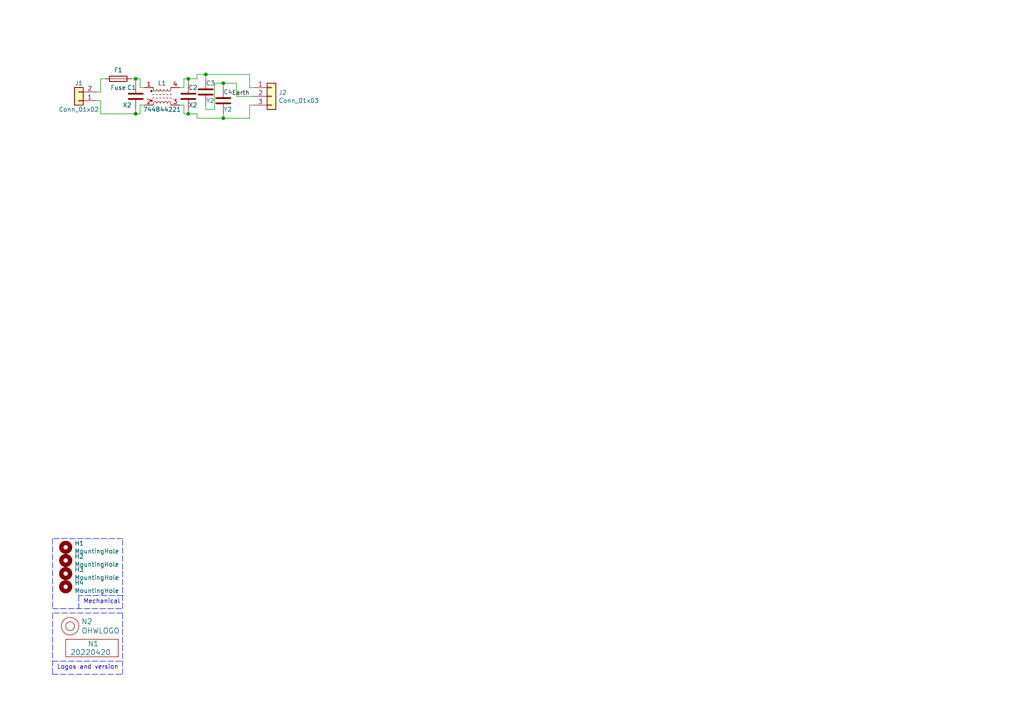
<source format=kicad_sch>
(kicad_sch (version 20211123) (generator eeschema)
  (paper "A4")
  (lib_symbols
    (symbol "Connector_Generic:Conn_01x02" (pin_names (offset 1.016) hide)
      (property "Reference" "J" (at 0 2.54 0))
      (property "Value" "Conn_01x02" (at 0 -5.08 0))
      (symbol "Conn_01x02_1_1"
        (rectangle (start -1.27 -2.413) (end 0 -2.667) (stroke (width 0.1524)))
        (rectangle (start -1.27 0.127) (end 0 -0.127) (stroke (width 0.1524)))
        (rectangle (start -1.27 1.27) (end 1.27 -3.81) (stroke (width 0.254)) (fill (type background)))
        (pin passive line (at -5.08 0 0) (length 3.81) (name "Pin_1") (number "1"))
        (pin passive line (at -5.08 -2.54 0) (length 3.81) (name "Pin_2") (number "2"))
      )
    )
    (symbol "Connector_Generic:Conn_01x03" (pin_names (offset 1.016) hide)
      (property "Reference" "J" (at 0 5.08 0))
      (property "Value" "Conn_01x03" (at 0 -5.08 0))
      (symbol "Conn_01x03_1_1"
        (rectangle (start -1.27 -2.413) (end 0 -2.667) (stroke (width 0.1524)))
        (rectangle (start -1.27 0.127) (end 0 -0.127) (stroke (width 0.1524)))
        (rectangle (start -1.27 2.667) (end 0 2.413) (stroke (width 0.1524)))
        (rectangle (start -1.27 3.81) (end 1.27 -3.81) (stroke (width 0.254)) (fill (type background)))
        (pin passive line (at -5.08 2.54 0) (length 3.81) (name "Pin_1") (number "1"))
        (pin passive line (at -5.08 0 0) (length 3.81) (name "Pin_2") (number "2"))
        (pin passive line (at -5.08 -2.54 0) (length 3.81) (name "Pin_3") (number "3"))
      )
    )
    (symbol "Device:C" (pin_numbers hide) (pin_names (offset 0.254))
      (property "Reference" "C" (at 0.635 2.54 0))
      (property "Value" "C" (at 0.635 -2.54 0))
      (symbol "C_0_1"
        (polyline (pts (xy -2.032 -0.762) (xy 2.032 -0.762)) (stroke (width 0.508)))
        (polyline (pts (xy -2.032 0.762) (xy 2.032 0.762)) (stroke (width 0.508)))
      )
      (symbol "C_1_1"
        (pin passive line (at 0 3.81 270) (length 2.794) (name "~") (number "1"))
        (pin passive line (at 0 -3.81 90) (length 2.794) (name "~") (number "2"))
      )
    )
    (symbol "Device:Fuse" (pin_numbers hide) (pin_names (offset 0))
      (property "Reference" "F" (at 2.032 0 90))
      (property "Value" "Fuse" (at -1.905 0 90))
      (symbol "Fuse_0_1"
        (rectangle (start -0.762 -2.54) (end 0.762 2.54) (stroke (width 0.254)))
        (polyline (pts (xy 0 2.54) (xy 0 -2.54)))
      )
      (symbol "Fuse_1_1"
        (pin passive line (at 0 3.81 270) (length 1.27) (name "~") (number "1"))
        (pin passive line (at 0 -3.81 90) (length 1.27) (name "~") (number "2"))
      )
    )
    (symbol "Mechanical:MountingHole" (pin_names (offset 1.016))
      (property "Reference" "H" (at 0 5.08 0))
      (property "Value" "MountingHole" (at 0 3.175 0))
      (symbol "MountingHole_0_1"
        (circle (center 0 0) (radius 1.27) (stroke (width 1.27)))
      )
    )
    (symbol "SquantorLabels:OHWLOGO" (pin_names (offset 1.016))
      (property "Reference" "N" (at 0 3.81 0))
      (property "Value" "OHWLOGO" (at 0 -3.81 0))
      (symbol "OHWLOGO_0_1"
        (circle (center 0 0) (radius 1.27))
        (circle (center 0 0) (radius 2.54))
      )
    )
    (symbol "SquantorLabels:VYYYYMMDD" (pin_names (offset 1.016))
      (property "Reference" "N" (at 0 2.54 0))
      (property "Value" "VYYYYMMDD" (at 0 0 0))
      (symbol "VYYYYMMDD_0_1"
        (rectangle (start 7.62 -1.27) (end -7.62 3.81))
      )
    )
    (symbol "module_netfilter-rescue:L_Core_Ferrite_Coupled_1423-Device" (pin_names (offset 0.254) hide)
      (property "Reference" "L" (at 0 4.445 0))
      (property "Value" "L_Core_Ferrite_Coupled_1423-Device" (at 0 -4.445 0))
      (symbol "L_Core_Ferrite_Coupled_1423-Device_0_1"
        (circle (center -3.048 -1.27) (radius 0.254) (fill (type outline)))
        (circle (center -3.048 1.524) (radius 0.254) (fill (type outline)))
        (arc (start -2.54 2.032) (mid -2.032 1.524) (end -1.524 2.032))
        (arc (start -1.524 -2.032) (mid -2.032 -1.524) (end -2.54 -2.032))
        (arc (start -1.524 2.032) (mid -1.016 1.524) (end -0.508 2.032))
        (arc (start -0.508 -2.032) (mid -1.016 -1.524) (end -1.524 -2.032))
        (arc (start -0.508 2.032) (mid 0 1.524) (end 0.508 2.032))
        (polyline (pts (xy -2.794 -0.508) (xy -2.286 -0.508)))
        (polyline (pts (xy -2.794 0.508) (xy -2.286 0.508)))
        (polyline (pts (xy -2.54 -2.032) (xy -2.54 -2.54)))
        (polyline (pts (xy -2.54 2.032) (xy -2.54 2.54)))
        (polyline (pts (xy -1.778 -0.508) (xy -1.27 -0.508)))
        (polyline (pts (xy -1.778 0.508) (xy -1.27 0.508)))
        (polyline (pts (xy -0.762 -0.508) (xy -0.254 -0.508)))
        (polyline (pts (xy -0.762 0.508) (xy -0.254 0.508)))
        (polyline (pts (xy 0.254 -0.508) (xy 0.762 -0.508)))
        (polyline (pts (xy 0.254 0.508) (xy 0.762 0.508)))
        (polyline (pts (xy 1.27 -0.508) (xy 1.778 -0.508)))
        (polyline (pts (xy 1.27 0.508) (xy 1.778 0.508)))
        (polyline (pts (xy 2.286 -0.508) (xy 2.794 -0.508)))
        (polyline (pts (xy 2.286 0.508) (xy 2.794 0.508)))
        (polyline (pts (xy 2.54 -2.032) (xy 2.54 -2.54)))
        (polyline (pts (xy 2.54 2.54) (xy 2.54 2.032)))
        (arc (start 0.508 -2.032) (mid 0 -1.524) (end -0.508 -2.032))
        (arc (start 0.508 2.032) (mid 1.016 1.524) (end 1.524 2.032))
        (arc (start 1.524 -2.032) (mid 1.016 -1.524) (end 0.508 -2.032))
        (arc (start 1.524 2.032) (mid 2.032 1.524) (end 2.54 2.032))
        (arc (start 2.54 -2.032) (mid 2.032 -1.524) (end 1.524 -2.032))
      )
      (symbol "L_Core_Ferrite_Coupled_1423-Device_1_1"
        (pin passive line (at -5.08 2.54 0) (length 2.54) (name "1") (number "1"))
        (pin passive line (at -5.08 -2.54 0) (length 2.54) (name "2") (number "2"))
        (pin passive line (at 5.08 -2.54 180) (length 2.54) (name "3") (number "3"))
        (pin passive line (at 5.08 2.54 180) (length 2.54) (name "4") (number "4"))
      )
    )
  )
  (junction (at 39.37 22.86))
  (junction (at 54.61 22.86))
  (junction (at 54.61 33.02))
  (junction (at 64.77 24.13))
  (junction (at 64.77 34.29))
  (junction (at 39.37 33.02))
  (junction (at 59.69 21.59))
  (wire (pts (xy 64.77 34.29) (xy 72.39 34.29)))
  (polyline (pts (xy 22.86 172.72) (xy 22.86 176.53)))
  (polyline (pts (xy 35.56 156.21) (xy 15.24 156.21)))
  (wire (pts (xy 57.15 21.59) (xy 57.15 22.86)))
  (polyline (pts (xy 35.56 172.72) (xy 22.86 172.72)))
  (wire (pts (xy 52.07 30.48) (xy 53.34 30.48)))
  (wire (pts (xy 59.69 21.59) (xy 57.15 21.59)))
  (wire (pts (xy 57.15 22.86) (xy 54.61 22.86)))
  (wire (pts (xy 27.94 26.67) (xy 29.21 26.67)))
  (wire (pts (xy 27.94 29.21) (xy 29.21 29.21)))
  (wire (pts (xy 57.15 33.02) (xy 57.15 34.29)))
  (polyline (pts (xy 35.56 176.53) (xy 35.56 156.21)))
  (wire (pts (xy 68.58 27.94) (xy 68.58 24.13)))
  (wire (pts (xy 54.61 33.02) (xy 57.15 33.02)))
  (wire (pts (xy 53.34 25.4) (xy 53.34 22.86)))
  (wire (pts (xy 29.21 22.86) (xy 30.48 22.86)))
  (wire (pts (xy 68.58 24.13) (xy 64.77 24.13)))
  (wire (pts (xy 38.1 22.86) (xy 39.37 22.86)))
  (wire (pts (xy 72.39 30.48) (xy 73.66 30.48)))
  (wire (pts (xy 64.77 33.02) (xy 64.77 34.29)))
  (polyline (pts (xy 35.56 177.8) (xy 15.24 177.8)))
  (wire (pts (xy 29.21 26.67) (xy 29.21 22.86)))
  (polyline (pts (xy 15.24 195.58) (xy 35.56 195.58)))
  (wire (pts (xy 72.39 21.59) (xy 72.39 25.4)))
  (wire (pts (xy 39.37 22.86) (xy 40.64 22.86)))
  (wire (pts (xy 62.23 31.75) (xy 62.23 24.13)))
  (wire (pts (xy 53.34 30.48) (xy 53.34 33.02)))
  (wire (pts (xy 54.61 22.86) (xy 54.61 24.13)))
  (wire (pts (xy 40.64 25.4) (xy 41.91 25.4)))
  (polyline (pts (xy 15.24 176.53) (xy 35.56 176.53)))
  (wire (pts (xy 39.37 22.86) (xy 39.37 24.13)))
  (wire (pts (xy 29.21 33.02) (xy 39.37 33.02)))
  (wire (pts (xy 59.69 21.59) (xy 72.39 21.59)))
  (wire (pts (xy 29.21 29.21) (xy 29.21 33.02)))
  (wire (pts (xy 72.39 25.4) (xy 73.66 25.4)))
  (polyline (pts (xy 15.24 156.21) (xy 15.24 176.53)))
  (wire (pts (xy 62.23 24.13) (xy 64.77 24.13)))
  (wire (pts (xy 57.15 34.29) (xy 64.77 34.29)))
  (wire (pts (xy 40.64 33.02) (xy 40.64 30.48)))
  (wire (pts (xy 39.37 33.02) (xy 40.64 33.02)))
  (wire (pts (xy 72.39 34.29) (xy 72.39 30.48)))
  (polyline (pts (xy 35.56 195.58) (xy 35.56 177.8)))
  (wire (pts (xy 40.64 22.86) (xy 40.64 25.4)))
  (wire (pts (xy 68.58 27.94) (xy 73.66 27.94)))
  (wire (pts (xy 59.69 31.75) (xy 62.23 31.75)))
  (polyline (pts (xy 15.24 191.77) (xy 35.56 191.77)))
  (wire (pts (xy 54.61 31.75) (xy 54.61 33.02)))
  (wire (pts (xy 59.69 22.86) (xy 59.69 21.59)))
  (wire (pts (xy 53.34 22.86) (xy 54.61 22.86)))
  (wire (pts (xy 40.64 30.48) (xy 41.91 30.48)))
  (wire (pts (xy 64.77 24.13) (xy 64.77 25.4)))
  (wire (pts (xy 39.37 33.02) (xy 39.37 31.75)))
  (wire (pts (xy 53.34 33.02) (xy 54.61 33.02)))
  (polyline (pts (xy 15.24 177.8) (xy 15.24 195.58)))
  (wire (pts (xy 59.69 30.48) (xy 59.69 31.75)))
  (wire (pts (xy 52.07 25.4) (xy 53.34 25.4)))
  (text "Logos and version" (at 16.51 194.31 0) (effects (font (size 1.27 1.27)) (justify left bottom)))
  (text "Mechanical" (at 24.13 175.26 0) (effects (font (size 1.27 1.27)) (justify left bottom)))
  (label "Earth" (at 72.39 27.94 180))
  (symbol (lib_id "SquantorLabels:VYYYYMMDD") (at 26.67 189.23 0) (unit 1)
    (property "Reference" "N1" (at 25.4 186.69 0) (effects (font (size 1.524 1.524)) (justify left)))
    (property "Value" "20220420" (at 20.32 189.23 0) (effects (font (size 1.524 1.524)) (justify left)))
    (property "Footprint" "SquantorLabels:Label_Generic" (effects hide))
  )
  (symbol (lib_id "SquantorLabels:OHWLOGO") (at 20.32 181.61 0) (unit 1)
    (property "Reference" "N2" (at 23.5712 180.2638 0) (effects (font (size 1.524 1.524)) (justify left)))
    (property "Value" "OHWLOGO" (at 23.5712 182.9562 0) (effects (font (size 1.524 1.524)) (justify left)))
    (property "Footprint" "Symbol:OSHW-Symbol_6.7x6mm_SilkScreen" (effects hide))
  )
  (symbol (lib_id "Connector_Generic:Conn_01x02") (at 22.86 29.21 180) (unit 1)
    (property "Reference" "J1" (at 22.86 24.13 0))
    (property "Value" "Conn_01x02" (at 22.86 31.75 0))
    (property "Footprint" "SquantorPhoenixContact:MKDS_2conn_508pitch_1711725" (effects hide))
  )
  (symbol (lib_id "Device:Fuse") (at 34.29 22.86 270) (unit 1)
    (property "Reference" "F1" (at 34.29 20.32 90))
    (property "Value" "Fuse" (at 34.29 25.4 90))
    (property "Footprint" "SquantorRcl:F-FH1-200C" (effects hide))
  )
  (symbol (lib_id "Device:C") (at 39.37 27.94 0) (unit 1)
    (property "Reference" "C1" (at 36.83 25.4 0) (effects (justify left)))
    (property "Value" "X2" (at 35.56 30.48 0) (effects (justify left)))
    (property "Footprint" "SquantorRcl:C-100-060X130-film" (effects hide))
  )
  (symbol (lib_id "Connector_Generic:Conn_01x03") (at 78.74 27.94 0) (unit 1)
    (property "Reference" "J2" (at 80.772 26.8732 0) (effects (justify left)))
    (property "Value" "Conn_01x03" (at 80.772 29.1846 0) (effects (justify left)))
    (property "Footprint" "SquantorPhoenixContact:MKDS_3conn_508pitch_1711725" (effects hide))
  )
  (symbol (lib_id "module_netfilter-rescue:L_Core_Ferrite_Coupled_1423-Device") (at 46.99 27.94 0) (unit 1)
    (property "Reference" "L1" (at 46.99 24.13 0))
    (property "Value" "744844221" (at 46.99 31.75 0))
    (property "Footprint" "SquantorWurth:LC-744844221" (effects hide))
  )
  (symbol (lib_id "Device:C") (at 59.69 26.67 0) (unit 1)
    (property "Reference" "C3" (at 59.69 24.13 0) (effects (justify left)))
    (property "Value" "Y2" (at 59.69 29.21 0) (effects (justify left)))
    (property "Footprint" "SquantorRcl:C-075-050X105-disc" (effects hide))
  )
  (symbol (lib_id "Device:C") (at 64.77 29.21 0) (unit 1)
    (property "Reference" "C4" (at 64.77 26.67 0) (effects (justify left)))
    (property "Value" "Y2" (at 64.77 31.75 0) (effects (justify left)))
    (property "Footprint" "SquantorRcl:C-075-050X105-disc" (effects hide))
  )
  (symbol (lib_id "Device:C") (at 54.61 27.94 0) (unit 1)
    (property "Reference" "C2" (at 54.61 25.4 0) (effects (justify left)))
    (property "Value" "X2" (at 54.61 30.48 0) (effects (justify left)))
    (property "Footprint" "SquantorRcl:C-100-060X130-film" (effects hide))
  )
  (symbol (lib_id "Mechanical:MountingHole") (at 19.05 158.75 0) (unit 1)
    (property "Reference" "H1" (at 21.59 157.5816 0) (effects (justify left)))
    (property "Value" "MountingHole" (at 21.59 159.893 0) (effects (justify left)))
    (property "Footprint" "MountingHole:MountingHole_3.2mm_M3_Pad_Via" (effects hide))
  )
  (symbol (lib_id "Mechanical:MountingHole") (at 19.05 162.56 0) (unit 1)
    (property "Reference" "H2" (at 21.59 161.3916 0) (effects (justify left)))
    (property "Value" "MountingHole" (at 21.59 163.703 0) (effects (justify left)))
    (property "Footprint" "MountingHole:MountingHole_3.2mm_M3_Pad_Via" (effects hide))
  )
  (symbol (lib_id "Mechanical:MountingHole") (at 19.05 166.37 0) (unit 1)
    (property "Reference" "H3" (at 21.59 165.2016 0) (effects (justify left)))
    (property "Value" "MountingHole" (at 21.59 167.513 0) (effects (justify left)))
    (property "Footprint" "MountingHole:MountingHole_3.2mm_M3_Pad_Via" (effects hide))
  )
  (symbol (lib_id "Mechanical:MountingHole") (at 19.05 170.18 0) (unit 1)
    (property "Reference" "H4" (at 21.59 169.0116 0) (effects (justify left)))
    (property "Value" "MountingHole" (at 21.59 171.323 0) (effects (justify left)))
    (property "Footprint" "MountingHole:MountingHole_3.2mm_M3_Pad_Via" (effects hide))
  )
)
</source>
